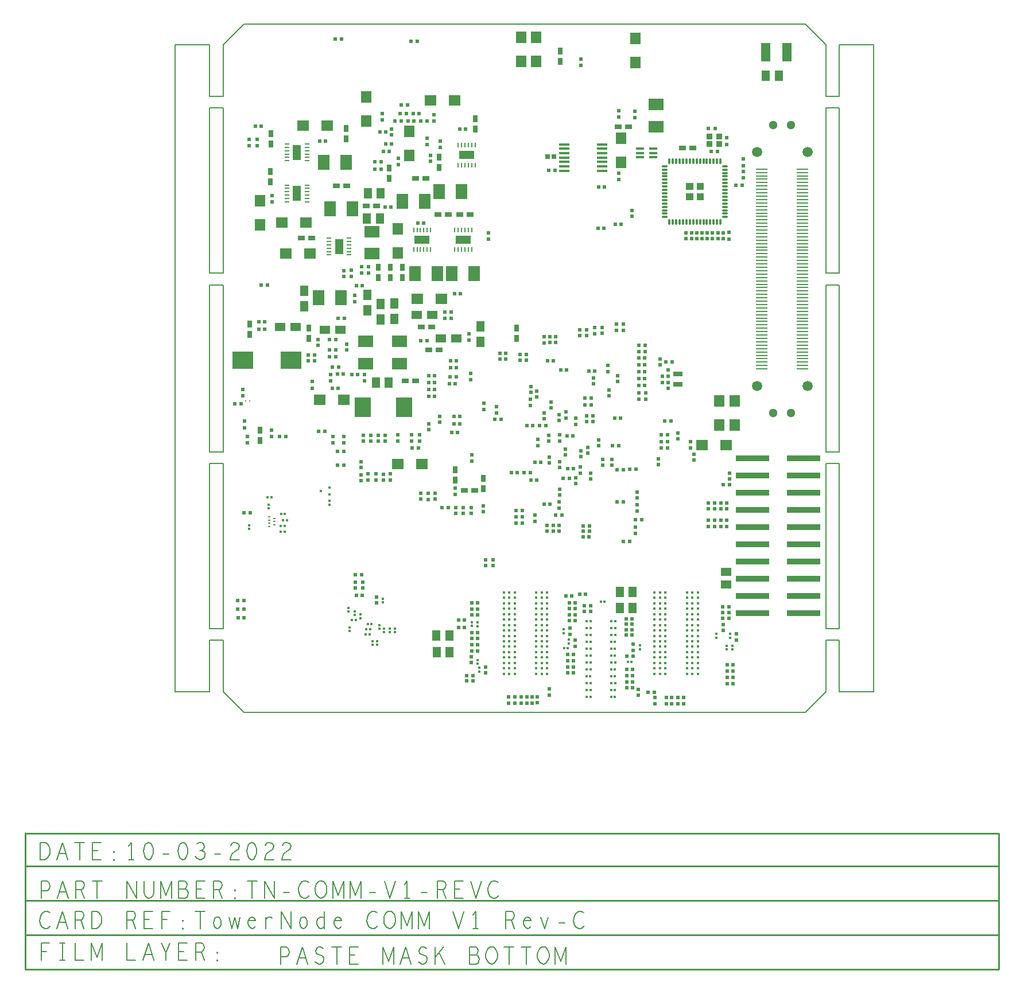
<source format=gbr>
G04 ================== begin FILE IDENTIFICATION RECORD ==================*
G04 Layout Name:  COM_V1_P3-10March2022.brd*
G04 Film Name:    COM_V1_P2-PB.gbr*
G04 File Format:  Gerber RS274X*
G04 File Origin:  Cadence Allegro 16.6-2015-S108*
G04 Origin Date:  Thu Mar 10 23:17:36 2022*
G04 *
G04 Layer:  DRAWING FORMAT/FILM_LABEL_OUTLINE*
G04 Layer:  PIN/PASTEMASK_BOTTOM*
G04 Layer:  PACKAGE GEOMETRY/PASTEMASK_BOTTOM*
G04 Layer:  BOARD GEOMETRY/OUTLINE*
G04 Layer:  BOARD GEOMETRY/TOOLING_CORNERS*
G04 *
G04 Offset:    (0.000 0.000)*
G04 Mirror:    No*
G04 Mode:      Positive*
G04 Rotation:  0*
G04 FullContactRelief:  No*
G04 UndefLineWidth:     6.000*
G04 ================== end FILE IDENTIFICATION RECORD ====================*
%FSLAX55Y55*MOIN*%
%IR0*IPPOS*OFA0.00000B0.00000*MIA0B0*SFA1.00000B1.00000*%
%ADD47R,.055X.11*%
%ADD19R,.094488X.114173*%
%ADD12R,.015748X.005906*%
%ADD25R,.007874X.007874*%
%ADD20R,.12X.1*%
%ADD38R,.194882X.033465*%
%ADD40R,.070866X.007874*%
%ADD23R,.04X.03*%
%ADD24R,.03X.04*%
%ADD28R,.027X.011*%
%ADD22R,.06X.05*%
%ADD15R,.017X.012*%
%ADD30R,.011X.027*%
%ADD21R,.05X.06*%
%ADD14R,.012X.017*%
%ADD13R,.07X.06*%
%ADD43R,.05X.017*%
%ADD32R,.06X.07*%
%ADD44R,.037X.033*%
%ADD46O,.0335X.0118*%
%ADD45O,.0118X.0335*%
%ADD37R,.059X.051*%
%ADD16R,.09X.065*%
%ADD31R,.091X.047*%
%ADD18R,.051X.059*%
%ADD17R,.065X.09*%
%ADD29R,.047X.091*%
%ADD26R,.0248X.02205*%
%ADD10R,.02X.02*%
%ADD27R,.02205X.0248*%
%ADD11R,.016142X.012205*%
%ADD41C,.051181*%
%ADD35R,.028X.028*%
%ADD33R,.024402X.024402*%
%ADD42C,.059055*%
%ADD34C,.015748*%
%ADD39R,.055118X.027559*%
%ADD36R,.062992X.01378*%
%ADD48C,.005*%
%ADD49C,.006*%
%ADD50C,.01*%
G75*
%LPD*%
G75*
G36*
G01X274947Y297558D02*
X279087D01*
Y301698D01*
X274947D01*
Y297558D01*
G37*
G36*
G01Y303658D02*
X279087D01*
Y307798D01*
X274947D01*
Y303658D01*
G37*
G36*
G01X268847D02*
X272987D01*
Y307798D01*
X268847D01*
Y303658D01*
G37*
G36*
G01Y297558D02*
X272987D01*
Y301698D01*
X268847D01*
Y297558D01*
G37*
G54D10*
X12126Y116129D03*
X15626D03*
X89018Y67048D03*
Y63548D03*
X76747Y72258D03*
Y75758D03*
X80279Y79986D03*
X76779D03*
X80861Y68088D03*
X77361D03*
X81008Y72292D03*
Y75792D03*
X79923Y142220D03*
X92930Y138517D03*
Y135017D03*
X88788Y138542D03*
Y135042D03*
X79924Y134678D03*
Y138178D03*
X97123Y135028D03*
Y138528D03*
X83930Y135036D03*
Y138536D03*
X8555Y54981D03*
X12055D03*
X8495Y64959D03*
X11995D03*
X8510Y59989D03*
X12010D03*
X27931Y163939D03*
Y160439D03*
X81469Y161148D03*
Y157648D03*
X55444Y163484D03*
X58944D03*
X36323Y160401D03*
X32823D03*
X63316Y188461D03*
X66816D03*
X113960Y161279D03*
Y157779D03*
X101230Y157692D03*
Y161192D03*
X109514Y157771D03*
Y161271D03*
X113316Y153623D03*
X109816D03*
X79923Y145720D03*
X89897Y161149D03*
Y157649D03*
X85724Y157637D03*
Y161137D03*
X53008Y204515D03*
X49508D03*
X62476Y192805D03*
Y196305D03*
X61856Y206696D03*
X65356D03*
X81917Y192842D03*
Y196342D03*
X71709Y210588D03*
Y214088D03*
X49456Y207547D03*
X52956D03*
X78104Y196359D03*
X74604D03*
X69862Y196537D03*
X66362D03*
X63493Y200720D03*
X66993D03*
X65362Y210786D03*
X61862D03*
X22208Y248271D03*
X25708D03*
X20677Y222786D03*
X24177D03*
X24182Y226979D03*
X20682D03*
X55002Y216689D03*
Y213189D03*
X77333Y247952D03*
X80833D03*
X65227Y216693D03*
X61727D03*
X66816Y229119D03*
X70316D03*
X70061Y253278D03*
Y256778D03*
X74234Y256976D03*
Y253476D03*
X84434Y258976D03*
Y255476D03*
X80434Y258976D03*
Y255476D03*
X76334Y242276D03*
Y238776D03*
X94084Y161138D03*
Y157638D03*
X10328Y179317D03*
X6828D03*
X66446Y151674D03*
X69946D03*
X93973Y293769D03*
X97473D03*
X59530Y331912D03*
X56030D03*
X110327Y347994D03*
X113827D03*
X96532Y326112D03*
X93032D03*
X91551Y315814D03*
X88051D03*
X97884Y335678D03*
Y339178D03*
X94544Y337223D03*
X91044D03*
X97828Y330407D03*
X94328D03*
X92420Y344492D03*
Y347992D03*
X102834Y347976D03*
X106334D03*
X18584Y340676D03*
X22084D03*
X28461Y300292D03*
Y296792D03*
X101734Y321926D03*
Y318426D03*
X99734Y343576D03*
X103234D03*
X113008Y284425D03*
X107002Y353114D03*
X103502D03*
X14969Y329401D03*
Y332901D03*
X19875Y329377D03*
Y332877D03*
X91585Y319938D03*
X88085D03*
X110816Y343631D03*
X107316D03*
X68577Y391320D03*
X65077D03*
X176243Y8923D03*
Y5423D03*
X182500Y9027D03*
Y5527D03*
X165589Y8923D03*
Y5423D03*
X169313Y8923D03*
Y5423D03*
X173037Y8974D03*
Y5474D03*
X179353Y8974D03*
Y5474D03*
X234342Y21437D03*
X141522Y21515D03*
X145022D03*
X141502Y18406D03*
X145002D03*
X203483Y22854D03*
X199983D03*
X234342Y14347D03*
Y17838D03*
X189315Y10132D03*
Y13632D03*
X134832Y130229D03*
Y126729D03*
X144134Y119176D03*
Y115676D03*
X232460Y99505D03*
X212396Y102114D03*
X208897D03*
X212651Y108475D03*
X209151D03*
X212651Y105320D03*
X209151D03*
X204801Y132956D03*
Y136456D03*
X232334Y122476D03*
X228834D03*
X178334Y139376D03*
X174834D03*
X167234Y139276D03*
X170734D03*
X200034Y141776D03*
X203534D03*
X213444Y135660D03*
Y139160D03*
X195334Y142276D03*
X207534Y142676D03*
Y139176D03*
X194934Y118776D03*
Y122276D03*
X201034Y136076D03*
X197534D03*
X178634Y134876D03*
X182134D03*
X195334Y129776D03*
Y126276D03*
X151134Y116676D03*
Y120176D03*
X203406Y26435D03*
X199906D03*
X203406Y33754D03*
X199906D03*
X203406Y30016D03*
X199906D03*
X144315Y42898D03*
X147815D03*
X144315Y39408D03*
X147815D03*
X144315Y46389D03*
X147815D03*
X144315Y35698D03*
X147815D03*
X204404Y53274D03*
X200904D03*
X144315Y56573D03*
X147815D03*
X233982Y54464D03*
X233930Y48142D03*
X234342Y24928D03*
X233930Y44956D03*
Y51329D03*
X144315Y60038D03*
X147815D03*
X144315Y63658D03*
X147815D03*
X202519Y67786D03*
X199019D03*
X204404Y63707D03*
X200904D03*
X204404Y60204D03*
X200904D03*
X204404Y56661D03*
X200904D03*
X189843Y121028D03*
X186343D03*
X139432Y115650D03*
Y119150D03*
X134932Y119173D03*
Y115673D03*
X173709Y110056D03*
Y113556D03*
X170209Y110056D03*
Y113556D03*
X188137Y108796D03*
X191637D03*
X188163Y105301D03*
X191663D03*
X180934Y111076D03*
Y114576D03*
X173709Y117486D03*
X170209D03*
X194925Y108810D03*
Y105310D03*
X193104Y114776D03*
X196604D03*
X156682Y85320D03*
Y88820D03*
X152523Y85328D03*
Y88828D03*
X136638Y49415D03*
X140138D03*
X140127Y53676D03*
X136627D03*
X144167Y28980D03*
Y32480D03*
X152309Y22903D03*
Y26403D03*
X201451Y48893D03*
Y45393D03*
X204381Y41872D03*
Y38372D03*
X234449Y32671D03*
X127154Y119177D03*
X130654D03*
X232234Y141104D03*
X228734D03*
X118988Y123839D03*
Y127339D03*
X114830Y123856D03*
Y127356D03*
X123165Y123895D03*
Y127395D03*
X206925Y68689D03*
X210425D03*
X213474Y58588D03*
Y62088D03*
X209734Y58588D03*
Y62088D03*
X119234Y183576D03*
X122734D03*
X133934Y171876D03*
X137434D03*
X144334Y149676D03*
Y146176D03*
X132634Y162776D03*
X136134D03*
X119234Y187576D03*
X122734D03*
X119234Y191576D03*
X122734D03*
X176365Y166566D03*
X179865D03*
X190334Y180476D03*
Y176976D03*
X189134Y157576D03*
Y161076D03*
X195434Y157776D03*
Y161276D03*
X203134Y160676D03*
X199634D03*
X207734Y148676D03*
Y152176D03*
X211834Y150676D03*
Y154176D03*
X189234Y144876D03*
Y148376D03*
X198734Y149676D03*
Y153176D03*
X214634Y172476D03*
X211134D03*
X186434Y170576D03*
Y174076D03*
X204634Y167476D03*
Y170976D03*
X210134Y178576D03*
X213634D03*
X187234Y166576D03*
X183734D03*
X214634Y168976D03*
X211134D03*
X210134Y182576D03*
X213634D03*
X184434Y145476D03*
X180934D03*
X182734Y158576D03*
Y155076D03*
X195134Y169576D03*
Y173076D03*
X199134Y171076D03*
Y174576D03*
X158834Y174076D03*
Y177576D03*
X178834Y189376D03*
Y185876D03*
X225734Y147176D03*
Y143676D03*
X195334Y145776D03*
X220534Y147176D03*
Y143676D03*
X157858Y170287D03*
X161358D03*
X151234Y176176D03*
Y179676D03*
X119418Y164310D03*
Y167810D03*
X133940Y167668D03*
X137440D03*
X217916Y158479D03*
Y154979D03*
X224034Y183905D03*
Y187405D03*
X215134Y190974D03*
Y194474D03*
X181917Y186843D03*
Y183343D03*
X178534Y181876D03*
Y178376D03*
X125884Y172106D03*
Y168606D03*
X134849Y190882D03*
X131349D03*
X227289Y170859D03*
X230789D03*
X229717Y155082D03*
X226217D03*
X119234Y195576D03*
X122734D03*
X229180Y192264D03*
Y195764D03*
X199436Y199070D03*
X195936D03*
X176134Y208111D03*
Y204611D03*
X172307Y208162D03*
Y204662D03*
X164152Y205321D03*
Y208821D03*
X160863Y205218D03*
Y208718D03*
X223534Y201596D03*
Y198096D03*
X212234Y198476D03*
X215734D03*
X188229Y204250D03*
X191729D03*
X135366Y194995D03*
X131866D03*
X135388Y204194D03*
X131888D03*
X135388Y200208D03*
X131888D03*
X128734Y232598D03*
X132234D03*
X142716Y216432D03*
Y219932D03*
X134234Y243376D03*
X137734D03*
X186434Y218276D03*
Y214776D03*
X132241Y228994D03*
X128741D03*
X228434Y225626D03*
Y222126D03*
X232434Y225626D03*
Y222126D03*
X220184Y223696D03*
Y220196D03*
X210934Y222471D03*
Y218971D03*
X215634Y223676D03*
Y220176D03*
X207029Y222376D03*
Y218876D03*
X189845Y214931D03*
Y218431D03*
X193054Y214931D03*
Y218431D03*
X114882Y216051D03*
X118382D03*
X143598Y193502D03*
Y197002D03*
X120375Y320314D03*
Y323814D03*
X231086Y283526D03*
X227586D03*
X207580Y376082D03*
Y379582D03*
X229618Y309712D03*
Y313212D03*
X118380Y333680D03*
Y330180D03*
X125927Y328457D03*
Y331957D03*
X217551Y281254D03*
X221051D03*
X229834Y346176D03*
Y349676D03*
X154034Y275126D03*
Y278626D03*
X140734Y338976D03*
X137234D03*
X122418Y347191D03*
Y343691D03*
X118324Y343648D03*
X114824D03*
X217993Y305214D03*
X221493D03*
X116508Y284425D03*
X257284Y8665D03*
Y5165D03*
X260542Y8613D03*
Y5113D03*
X264008Y8613D03*
Y5113D03*
X267369Y8561D03*
Y5061D03*
X250819Y8665D03*
Y5165D03*
X240954Y9974D03*
Y13474D03*
X296090Y16657D03*
X292590D03*
X296090Y20365D03*
X292590D03*
X237842Y21437D03*
Y14347D03*
Y17838D03*
X250220Y11556D03*
X246720D03*
X242934Y112176D03*
X239434D03*
X240434Y128176D03*
Y124676D03*
Y120676D03*
Y117176D03*
X235960Y99505D03*
X296090Y24010D03*
X292590D03*
X296110Y27532D03*
X292610D03*
X293623Y54702D03*
X290123D03*
X293623Y58128D03*
X290123D03*
X293623Y61476D03*
X290123D03*
X237482Y54464D03*
X237430Y48142D03*
X237842Y24928D03*
X237430Y44956D03*
Y51329D03*
X239538Y107540D03*
Y104040D03*
X237996Y39564D03*
Y36064D03*
X237949Y32671D03*
X290433Y51182D03*
Y47682D03*
X298023Y45659D03*
Y42159D03*
X288924Y108120D03*
Y111620D03*
X285230Y108120D03*
Y111620D03*
X292298Y108120D03*
Y111620D03*
Y118211D03*
Y121711D03*
X281752Y108120D03*
Y111620D03*
X288924Y118211D03*
Y121711D03*
X281752Y118211D03*
Y121711D03*
X285230Y118211D03*
Y121711D03*
X239610Y141293D03*
X236110D03*
X294001Y132350D03*
X290501D03*
X293998Y139136D03*
Y135636D03*
X258034Y161476D03*
X254534D03*
X254434Y157376D03*
X257934D03*
X258234Y188276D03*
Y191776D03*
X245234Y185676D03*
Y182176D03*
X241234Y185676D03*
Y182176D03*
X241334Y190176D03*
X244834D03*
X254468Y153720D03*
X257968D03*
X255129Y195291D03*
Y191791D03*
X273305Y150124D03*
Y146624D03*
X264149Y162501D03*
Y159001D03*
X271399Y153734D03*
Y157234D03*
X252674Y147480D03*
Y143980D03*
X253656Y205433D03*
Y201933D03*
X258234Y198876D03*
Y195376D03*
X244834Y206176D03*
X241334D03*
X244834Y198176D03*
X241334D03*
X244834Y202176D03*
X241334D03*
X244834Y194176D03*
X241334D03*
X260702Y203722D03*
X257202D03*
X244991Y209821D03*
X241491D03*
X244910Y213502D03*
X241410D03*
X256402Y169231D03*
X259902D03*
X239028Y349281D03*
Y345781D03*
X284146Y275284D03*
Y278784D03*
X274930Y275284D03*
Y278784D03*
X278008D03*
Y275284D03*
X268866Y278784D03*
Y275284D03*
X281069Y278784D03*
Y275284D03*
X287240D03*
Y278784D03*
X271886D03*
Y275284D03*
X290289D03*
Y278784D03*
X237405Y288342D03*
Y291842D03*
G54D11*
X56639Y128685D03*
X61757Y126717D03*
Y130654D03*
G54D20*
X11446Y204736D03*
X39446D03*
G54D21*
X99374Y228586D03*
Y237586D03*
X83730Y233618D03*
Y242618D03*
X91327Y237400D03*
Y228400D03*
X47188Y235886D03*
Y244886D03*
X149501Y215306D03*
Y224306D03*
G54D30*
X112581Y280416D03*
X110613D03*
Y268935D03*
X112581D03*
X142387Y280416D03*
Y268935D03*
X140418D03*
X138450Y280416D03*
X136481D03*
X134513D03*
Y268935D03*
X136481D03*
X138450D03*
X144355Y280416D03*
Y268935D03*
X140418Y280416D03*
X144387Y329616D03*
Y318135D03*
X142418D03*
X140450Y329616D03*
X138481D03*
X136513D03*
Y318135D03*
X138481D03*
X140450D03*
X146355Y329616D03*
Y318135D03*
X142418Y329616D03*
X118487Y280416D03*
Y268935D03*
X116518D03*
X114550Y280416D03*
Y268935D03*
X120455Y280416D03*
Y268935D03*
X116518Y280416D03*
G54D12*
X26820Y109871D03*
X29576Y108887D03*
Y110855D03*
Y112824D03*
X26820Y113808D03*
Y111839D03*
Y107902D03*
G54D31*
X115534Y274676D03*
X139434D03*
X141434Y323876D03*
G54D13*
X115402Y144213D03*
X101402D03*
X55944Y181608D03*
X69944D03*
X112576Y240484D03*
X60427Y341060D03*
X46427D03*
X47991Y284819D03*
X33991D03*
X36271Y266664D03*
X50271D03*
X126576Y240484D03*
X120285Y355532D03*
X134285D03*
X292172Y155450D03*
X278172D03*
G54D22*
X112286Y230978D03*
X67998Y222369D03*
X58998D03*
X41955Y224170D03*
X32955D03*
X121286Y230978D03*
X126223Y217348D03*
X135223D03*
G54D40*
X336470Y203568D03*
Y201600D03*
Y199631D03*
Y207505D03*
Y205537D03*
X312848Y199631D03*
Y201600D03*
Y203568D03*
Y205537D03*
Y207505D03*
Y209474D03*
Y211442D03*
Y213411D03*
Y215379D03*
Y217348D03*
Y219316D03*
Y221285D03*
Y223253D03*
Y225222D03*
Y227190D03*
Y229159D03*
Y231127D03*
Y233096D03*
Y235064D03*
Y237033D03*
Y239001D03*
Y240970D03*
Y242938D03*
Y244907D03*
Y246875D03*
Y248844D03*
Y250812D03*
Y252781D03*
Y254749D03*
Y256718D03*
Y258686D03*
Y260655D03*
Y262623D03*
X336470D03*
Y260655D03*
Y258686D03*
Y256718D03*
Y254749D03*
Y252781D03*
Y250812D03*
Y248844D03*
Y246875D03*
Y244907D03*
Y242938D03*
Y240970D03*
Y239001D03*
Y237033D03*
Y235064D03*
Y233096D03*
Y231127D03*
Y229159D03*
Y227190D03*
Y225222D03*
Y223253D03*
Y221285D03*
Y219316D03*
Y217348D03*
Y215379D03*
Y213411D03*
Y211442D03*
Y209474D03*
Y311836D03*
Y309867D03*
Y307899D03*
Y315773D03*
Y313804D03*
X312848Y307899D03*
Y309867D03*
Y311836D03*
Y313804D03*
Y315773D03*
Y264592D03*
Y266560D03*
Y268529D03*
Y270497D03*
Y272466D03*
Y274434D03*
Y276403D03*
Y278371D03*
Y280340D03*
Y282308D03*
Y284277D03*
Y286245D03*
Y288214D03*
Y290182D03*
Y292151D03*
Y294119D03*
Y296088D03*
Y298056D03*
Y300025D03*
Y301993D03*
Y303962D03*
Y305930D03*
X336470D03*
Y303962D03*
Y301993D03*
Y300025D03*
Y298056D03*
Y296088D03*
Y294119D03*
Y292151D03*
Y290182D03*
Y288214D03*
Y286245D03*
Y284277D03*
Y282308D03*
Y280340D03*
Y278371D03*
Y276403D03*
Y274434D03*
Y272466D03*
Y270497D03*
Y268529D03*
Y266560D03*
Y264592D03*
G54D50*
G01X-114951Y-109391D02*
X450399D01*
G01X450549Y-70155D02*
Y-149391D01*
X-114951D01*
G01Y-70060D02*
Y-149391D01*
G01Y-129391D02*
X450549D01*
Y-129241D01*
G01X-114951Y-89391D02*
X450499D01*
G01X-114951Y-70191D02*
X450549D01*
G54D41*
X329777Y174041D03*
X319541D03*
X329777Y341363D03*
X319541D03*
G54D32*
X101245Y267127D03*
Y281127D03*
X108062Y337619D03*
Y323619D03*
X82909Y357690D03*
Y343690D03*
X21515Y297506D03*
Y283506D03*
X231110Y319752D03*
Y333752D03*
X173114Y378303D03*
X181875Y378255D03*
X173114Y392303D03*
X181875Y392255D03*
X297025Y167069D03*
Y181069D03*
X288186Y167069D03*
Y181069D03*
X239308Y377671D03*
Y391671D03*
G54D14*
X86207Y51336D03*
X84023D03*
X85245Y48372D03*
X83061D03*
X33535Y105020D03*
X35719D03*
X25834Y125012D03*
X28018D03*
X33514Y108256D03*
X35698D03*
X34880Y111682D03*
X37064D03*
X33560Y115288D03*
X35744D03*
X82756Y45432D03*
X84940D03*
X74815Y53847D03*
X76999D03*
X213205Y21040D03*
X211021D03*
X213289Y8949D03*
X211104D03*
X213262Y13168D03*
X211078D03*
X225383Y17076D03*
X227567D03*
X213275Y16996D03*
X211091D03*
X225304Y21004D03*
X227488D03*
X225304Y13042D03*
X227488D03*
X225330Y9088D03*
X227514D03*
X197957Y37283D03*
X200141D03*
X213221Y48959D03*
X211037D03*
X225384Y49092D03*
X227568D03*
X213282Y45044D03*
X211097D03*
X213236Y53037D03*
X211052D03*
X213305Y37038D03*
X211121D03*
X225357Y41041D03*
X227541D03*
X225317Y33080D03*
X227501D03*
X213309Y29059D03*
X211125D03*
X225330Y25060D03*
X227514D03*
X213269Y33046D03*
X211085D03*
X219314Y64489D03*
X221498D03*
X225397Y45084D03*
X227581D03*
X225423Y53117D03*
X227607D03*
X225290Y37047D03*
X227474D03*
X213311Y24985D03*
X211127D03*
X225396Y29098D03*
X227580D03*
X213289Y41108D03*
X211105D03*
X237122Y29318D03*
X234938D03*
G54D23*
X111734Y192676D03*
X105734D03*
X115034Y223976D03*
X111634Y310376D03*
X65834Y306076D03*
X71834D03*
X51290Y275832D03*
X45290D03*
X88934Y294276D03*
X82934D03*
X140034Y129076D03*
X146034D03*
X125241Y210758D03*
X119241D03*
X121034Y223976D03*
X143434Y289376D03*
X137434D03*
X124634D03*
X130634D03*
X229434Y340376D03*
X235434D03*
X117634Y310376D03*
X272708Y327998D03*
X266708D03*
G54D42*
X339324Y189789D03*
X309994D03*
X339324Y325615D03*
X309994D03*
G54D33*
X112616Y389939D03*
X109076D03*
X301315Y306253D03*
X297774D03*
G54D15*
X26509Y118650D03*
Y120834D03*
X61628Y122897D03*
Y120713D03*
X76270Y56634D03*
Y58818D03*
X89504Y41388D03*
Y39204D03*
X14961Y108818D03*
Y106634D03*
X73351Y49374D03*
Y47190D03*
X96585Y48808D03*
Y46624D03*
X79685Y54724D03*
Y56908D03*
X90567Y50732D03*
Y48548D03*
X92731Y63874D03*
Y66059D03*
X99865Y48808D03*
Y46624D03*
X72853Y58637D03*
Y60821D03*
X86631Y41411D03*
Y39227D03*
X93530Y48831D03*
Y46647D03*
X147757Y52344D03*
Y50160D03*
X144467Y50330D03*
Y52514D03*
X148560Y23674D03*
Y25858D03*
X147781Y28319D03*
Y30504D03*
X197618Y48191D03*
Y46007D03*
X200648Y42212D03*
Y40028D03*
X292464Y38763D03*
Y36579D03*
X295696Y36605D03*
Y38789D03*
X241902Y38852D03*
Y36668D03*
X286273Y43353D03*
Y45537D03*
X294416Y45632D03*
Y43447D03*
G54D24*
X21331Y157939D03*
Y163939D03*
X96934Y258576D03*
Y252576D03*
X104034Y258576D03*
Y252576D03*
X90028Y258673D03*
Y252673D03*
X49610Y223310D03*
Y217310D03*
X15288Y219760D03*
Y225760D03*
X27634Y330276D03*
Y336276D03*
X27534Y308476D03*
Y314476D03*
X71534Y339276D03*
Y333276D03*
X96492Y310409D03*
Y316409D03*
X150913Y136157D03*
Y130157D03*
X134634Y140976D03*
Y134976D03*
X170486Y217396D03*
Y223396D03*
X125534Y322676D03*
Y316676D03*
X146234Y338876D03*
Y344876D03*
X195799Y378315D03*
Y384315D03*
G54D34*
X188165Y22451D03*
X162968D03*
X185015D03*
X166118D03*
X169267D03*
X181866D03*
X166118Y38199D03*
X181866D03*
X162968Y50797D03*
Y53947D03*
X166118Y57096D03*
Y60246D03*
X162968Y66545D03*
X188165Y50797D03*
X185015Y57096D03*
X188165Y60246D03*
Y66545D03*
X166118Y44498D03*
Y50797D03*
X162968Y69695D03*
X188165Y28750D03*
Y35049D03*
X185015Y44498D03*
X188165Y57096D03*
X162968Y28750D03*
Y35049D03*
X181866Y66545D03*
X188165Y47648D03*
X166118Y35049D03*
X162968Y47648D03*
Y57096D03*
Y63396D03*
X166118Y69695D03*
X185015Y47648D03*
X188165Y53947D03*
X185015Y60246D03*
X188165Y63396D03*
Y69695D03*
X162968Y25600D03*
Y31900D03*
X166118Y41348D03*
X169267Y50797D03*
X162968Y60246D03*
X188165Y25600D03*
Y31900D03*
X185015Y41348D03*
Y66545D03*
X181866Y44498D03*
X188165Y41348D03*
X169267Y35049D03*
X162968Y38199D03*
Y44498D03*
X188165Y38199D03*
Y44498D03*
X181866Y69695D03*
X166118Y66545D03*
X185015Y69695D03*
X169267D03*
X185015Y63396D03*
X166118D03*
X181866D03*
X169267Y60246D03*
Y66545D03*
Y63396D03*
X181866Y50797D03*
Y53947D03*
X169267Y47648D03*
X185015Y50797D03*
X166118Y47648D03*
X181866D03*
X166118Y53947D03*
X185015D03*
X169267D03*
X181866Y57096D03*
Y60246D03*
X169267Y57096D03*
X185015Y38199D03*
X169267Y41348D03*
X162968D03*
X169267Y44498D03*
X181866Y41348D03*
Y35049D03*
X166118Y31900D03*
X185015Y35049D03*
X181866Y25600D03*
X185015D03*
X166118D03*
X185015Y28750D03*
X166118D03*
X185015Y31900D03*
X181866Y28750D03*
X169267Y31900D03*
Y25600D03*
Y38199D03*
Y28750D03*
X181866Y31900D03*
X275666Y22451D03*
X250469D03*
X272516D03*
X253618D03*
X256768D03*
X269366D03*
X253618Y38199D03*
X269366D03*
X250469Y50797D03*
Y53947D03*
X253618Y57096D03*
Y60246D03*
X250469Y66545D03*
X275666Y50797D03*
X272516Y57096D03*
X275666Y60246D03*
Y66545D03*
X253618Y44498D03*
Y50797D03*
X250469Y69695D03*
X275666Y28750D03*
Y35049D03*
X272516Y44498D03*
X275666Y57096D03*
X250469Y28750D03*
Y35049D03*
X269366Y66545D03*
X275666Y47648D03*
X253618Y35049D03*
X250469Y47648D03*
Y57096D03*
Y63396D03*
X253618Y69695D03*
X272516Y47648D03*
X275666Y53947D03*
X272516Y60246D03*
X275666Y63396D03*
Y69695D03*
X250469Y25600D03*
Y31900D03*
X253618Y41348D03*
X256768Y50797D03*
X250469Y60246D03*
X275666Y25600D03*
Y31900D03*
X272516Y41348D03*
Y66545D03*
X269366Y44498D03*
X275666Y41348D03*
X256768Y35049D03*
X250469Y38199D03*
Y44498D03*
X275666Y38199D03*
Y44498D03*
X269366Y69695D03*
X253618Y66545D03*
X272516Y69695D03*
X256768D03*
X272516Y63396D03*
X253618D03*
X269366D03*
X256768Y60246D03*
Y66545D03*
Y63396D03*
X269366Y50797D03*
Y53947D03*
X256768Y47648D03*
X272516Y50797D03*
X253618Y47648D03*
X269366D03*
X253618Y53947D03*
X272516D03*
X256768D03*
X269366Y57096D03*
Y60246D03*
X256768Y57096D03*
X272516Y38199D03*
X256768Y41348D03*
X250469D03*
X256768Y44498D03*
X269366Y41348D03*
Y35049D03*
X253618Y31900D03*
X272516Y35049D03*
X269366Y25600D03*
X272516D03*
X253618D03*
X272516Y28750D03*
X253618D03*
X272516Y31900D03*
X269366Y28750D03*
X256768Y31900D03*
Y25600D03*
Y38199D03*
Y28750D03*
X269366Y31900D03*
G54D16*
X102534Y202580D03*
Y215572D03*
X82834Y202580D03*
Y215572D03*
X86291Y279516D03*
Y266524D03*
X251234Y340480D03*
Y353472D03*
G54D43*
X249644Y327662D03*
X242144Y322562D03*
X249644Y325112D03*
X242144D03*
Y327662D03*
X249644Y322562D03*
G54D25*
X15329Y180964D03*
X12967D03*
G54D35*
X188224Y322917D03*
X192014D03*
G54D26*
X12353Y169292D03*
Y165474D03*
X14142Y160419D03*
Y156601D03*
X51597Y188514D03*
Y192332D03*
X11229Y183870D03*
Y187688D03*
X69938Y160371D03*
Y156553D03*
X63788Y160370D03*
Y156552D03*
X292406Y330084D03*
Y333902D03*
X293597Y278943D03*
Y275125D03*
X302103Y321614D03*
Y317796D03*
Y310645D03*
Y314463D03*
G54D17*
X55538Y240976D03*
X68530D03*
X111538Y255176D03*
X71530Y319676D03*
X58538D03*
X75130Y292576D03*
X62138D03*
X104038Y297176D03*
X124530Y255176D03*
X132738D03*
X145730D03*
X125238Y302776D03*
X138230D03*
X117030Y297176D03*
G54D44*
X282328Y334851D03*
Y330323D03*
X288036Y334851D03*
Y330323D03*
G54D36*
X198108Y330172D03*
Y327612D03*
Y317376D03*
X220155Y319935D03*
X198108Y325054D03*
Y319935D03*
X220155Y317376D03*
Y325054D03*
X198108Y314817D03*
X220155Y322494D03*
X198108D03*
X220155Y314817D03*
Y327612D03*
Y330172D03*
G54D27*
X70209Y143608D03*
X66391D03*
X188950Y314856D03*
X192768D03*
X281861Y339370D03*
X285679D03*
X287215Y326088D03*
X283397D03*
G54D18*
X88719Y191671D03*
X96199D03*
X90914Y286878D03*
X83434D03*
X91414Y301676D03*
X83934D03*
X131330Y44769D03*
X123849D03*
X131433Y35046D03*
X123953D03*
X230220Y60764D03*
X230335Y70008D03*
X237700Y60764D03*
X237816Y70008D03*
X322622Y369916D03*
X315142D03*
G54D45*
X282827Y320198D03*
X284797D03*
X274947D03*
X271017Y285158D03*
Y320198D03*
X286767D03*
X269047D03*
X276917D03*
X269047Y285158D03*
X265107Y320198D03*
X261167D03*
X263137D03*
X288727D03*
X259207Y285158D03*
X263137D03*
X265107D03*
X267077D03*
X261167D03*
X276917D03*
X274947D03*
X272987D03*
X280857D03*
X278887D03*
X284797D03*
X286767D03*
X280857Y320198D03*
X278887D03*
X259207D03*
X288727Y285158D03*
X282827D03*
X272987Y320198D03*
X267077D03*
G54D37*
X291989Y74290D03*
Y81770D03*
G54D46*
X291487Y287918D03*
Y313508D03*
X256447Y307598D03*
X291487Y303658D03*
Y297758D03*
X256447Y317438D03*
X291487Y295788D03*
Y291848D03*
Y293818D03*
Y289878D03*
X256447Y295788D03*
Y293818D03*
Y287918D03*
Y301698D03*
Y299728D03*
Y305628D03*
Y303658D03*
Y297758D03*
X291487Y315478D03*
Y309568D03*
Y305628D03*
Y299728D03*
Y317438D03*
Y311538D03*
Y307598D03*
Y301698D03*
X256447Y313508D03*
Y315478D03*
Y289878D03*
Y311538D03*
Y291848D03*
Y309568D03*
G54D28*
X37093Y328429D03*
X48575D03*
Y326460D03*
X37093Y324492D03*
Y322522D03*
Y320555D03*
X48575D03*
Y322522D03*
Y324492D03*
X37093Y330396D03*
X48575D03*
X37093Y326460D03*
Y304529D03*
X48575D03*
Y302560D03*
X37093Y300592D03*
Y298622D03*
Y296655D03*
X48575D03*
Y298622D03*
Y300592D03*
X37093Y306497D03*
X48575D03*
X37093Y302560D03*
X61493Y273729D03*
X72975D03*
Y271760D03*
X61493Y269792D03*
Y267822D03*
Y265855D03*
X72975D03*
Y267822D03*
Y269792D03*
X61493Y275696D03*
X72975D03*
X61493Y271760D03*
G54D19*
X81034Y177376D03*
X105050D03*
G54D29*
X42834Y325476D03*
Y301576D03*
X67234Y270776D03*
G54D38*
X336939Y57558D03*
Y67558D03*
Y77558D03*
Y87558D03*
Y97558D03*
Y107558D03*
Y117558D03*
Y127558D03*
Y137558D03*
X307451D03*
Y127558D03*
Y117558D03*
Y107558D03*
Y97558D03*
Y87558D03*
Y77558D03*
Y67558D03*
Y57558D03*
X336939Y147558D03*
X307451D03*
G54D47*
X327342Y383840D03*
X315142D03*
G54D48*
G01X-27874Y388000D02*
Y12000D01*
G01D02*
X-7874D01*
G01Y42000D02*
Y12000D01*
G01Y42000D02*
X0D01*
G01X-7874Y48700D02*
X0D01*
G01X-7874Y144800D02*
Y48700D01*
G01Y248500D02*
X0D01*
G01X-7874Y255200D02*
X0D01*
G01X-7874Y151500D02*
X0D01*
G01X-7874Y144800D02*
X0D01*
G01X-7874Y248500D02*
Y151500D01*
G01Y351300D02*
Y255200D01*
G01Y388000D02*
Y358000D01*
G01D02*
X0D01*
G01X-7874Y351300D02*
X0D01*
G01X-27874Y388000D02*
X-7874D01*
G01X12000Y0D02*
X0Y12000D01*
G01X12000Y0D02*
X338000D01*
G01X0Y42000D02*
Y12000D01*
G01Y144800D02*
Y48700D01*
G01Y351300D02*
Y255200D01*
G01Y248500D02*
Y151500D01*
G01Y388000D02*
Y358000D01*
G01Y388000D02*
X12000Y400000D01*
G01X338000D02*
X12000D01*
G01X350000Y12000D02*
X338000Y0D01*
G01X350000Y12000D02*
Y42000D01*
G01Y48700D02*
X357874D01*
G01X350000Y42000D02*
X357874D01*
G01X350000Y48700D02*
Y144800D01*
G01Y255200D02*
X357874D01*
G01X350000Y248500D02*
X357874D01*
G01X350000Y144800D02*
X357874D01*
G01X350000Y151500D02*
X357874D01*
G01X350000D02*
Y248500D01*
G01Y255200D02*
Y351300D01*
G01D02*
X357874D01*
G01X350000Y358000D02*
X357874D01*
G01X350000D02*
Y388000D01*
G01X338000Y400000D02*
X350000Y388000D01*
G01X377874Y12000D02*
Y388000D01*
G01X357874Y12000D02*
Y42000D01*
G01Y12000D02*
X377874D01*
G01X357874Y48700D02*
Y144800D01*
G01Y151500D02*
Y248500D01*
G01Y255200D02*
Y351300D01*
G01Y358000D02*
Y388000D01*
G01D02*
X377874D01*
G54D39*
X264034Y196628D03*
Y190723D03*
G54D49*
G01X-105696Y-107902D02*
Y-97902D01*
X-102696D01*
X-101696Y-98403D01*
X-100946Y-99569D01*
X-100696Y-100902D01*
X-100946Y-102236D01*
X-101571Y-103236D01*
X-102696Y-103736D01*
X-105696D01*
G01X-96321Y-107902D02*
X-93196Y-97902D01*
X-90071Y-107902D01*
G01X-91196Y-104403D02*
X-95196D01*
G01X-85696Y-107902D02*
Y-97902D01*
X-82571D01*
X-81571Y-98403D01*
X-80946Y-99069D01*
X-80696Y-100402D01*
X-80946Y-101736D01*
X-81696Y-102569D01*
X-82571Y-103069D01*
X-85696D01*
G01X-82571D02*
X-80696Y-107902D01*
G01X-73196Y-97902D02*
Y-107902D01*
G01X-76071Y-97902D02*
X-70321D01*
G01X-56071Y-107902D02*
Y-97902D01*
X-50321Y-107902D01*
Y-97902D01*
G01X-45946D02*
Y-105069D01*
X-45446Y-106569D01*
X-44446Y-107569D01*
X-43196Y-107902D01*
X-41946Y-107569D01*
X-40946Y-106569D01*
X-40446Y-105069D01*
Y-97902D01*
G01X-36446Y-107902D02*
Y-97902D01*
X-33196Y-106236D01*
X-29946Y-97902D01*
Y-107902D01*
G01X-22196Y-102569D02*
X-21696Y-102069D01*
X-21321Y-101236D01*
X-21071Y-100069D01*
X-21321Y-99069D01*
X-21821Y-98403D01*
X-22696Y-97902D01*
X-26071D01*
Y-107902D01*
X-21946D01*
X-21071Y-107236D01*
X-20571Y-106236D01*
X-20321Y-105069D01*
X-20571Y-103903D01*
X-21321Y-102903D01*
X-22196Y-102569D01*
X-26071D01*
G01X-10696Y-107902D02*
X-15696D01*
Y-97902D01*
X-10696D01*
G01X-12696Y-102736D02*
X-15696D01*
G01X-5696Y-107902D02*
Y-97902D01*
X-2571D01*
X-1571Y-98403D01*
X-946Y-99069D01*
X-696Y-100402D01*
X-946Y-101736D01*
X-1696Y-102569D01*
X-2571Y-103069D01*
X-5696D01*
G01X-2571D02*
X-696Y-107902D01*
G01X6804Y-108236D02*
X6554Y-108069D01*
Y-107736D01*
X6804Y-107569D01*
X7054Y-107736D01*
Y-108069D01*
X6804Y-108236D01*
G01Y-103736D02*
X6554Y-103569D01*
Y-103236D01*
X6804Y-103069D01*
X7054Y-103236D01*
Y-103569D01*
X6804Y-103736D01*
G01X16804Y-97902D02*
Y-107902D01*
G01X13929Y-97902D02*
X19679D01*
G01X23929Y-107902D02*
Y-97902D01*
X29679Y-107902D01*
Y-97902D01*
G01X35179Y-104569D02*
X38429D01*
G01X49554Y-98736D02*
X48804Y-98236D01*
X47929Y-97902D01*
X46929D01*
X45804Y-98403D01*
X44929Y-99236D01*
X44304Y-100236D01*
X43804Y-101902D01*
X43679Y-103402D01*
X43929Y-104902D01*
X44304Y-105903D01*
X45054Y-106903D01*
X45929Y-107569D01*
X46804Y-107902D01*
X47679D01*
X48554Y-107569D01*
X49304Y-107069D01*
X49929Y-106403D01*
G01X56804Y-107902D02*
X55804Y-107736D01*
X54929Y-107069D01*
X54179Y-106069D01*
X53679Y-104902D01*
X53429Y-103569D01*
Y-102236D01*
X53679Y-100902D01*
X54179Y-99736D01*
X54929Y-98736D01*
X55804Y-98069D01*
X56804Y-97902D01*
X57804Y-98069D01*
X58679Y-98736D01*
X59429Y-99736D01*
X59929Y-100902D01*
X60179Y-102236D01*
Y-103569D01*
X59929Y-104902D01*
X59429Y-106069D01*
X58679Y-107069D01*
X57804Y-107736D01*
X56804Y-107902D01*
G01X63554D02*
Y-97902D01*
X66804Y-106236D01*
X70054Y-97902D01*
Y-107902D01*
G01X73554D02*
Y-97902D01*
X76804Y-106236D01*
X80054Y-97902D01*
Y-107902D01*
G01X85179Y-104569D02*
X88429D01*
G01X93679Y-97902D02*
X96804Y-107902D01*
X99929Y-97902D01*
G01X106804Y-107902D02*
Y-97902D01*
X105304Y-99902D01*
G01Y-107902D02*
X108304D01*
G01X115179Y-104569D02*
X118429D01*
G01X124304Y-107902D02*
Y-97902D01*
X127429D01*
X128429Y-98403D01*
X129054Y-99069D01*
X129304Y-100402D01*
X129054Y-101736D01*
X128304Y-102569D01*
X127429Y-103069D01*
X124304D01*
G01X127429D02*
X129304Y-107902D01*
G01X139304D02*
X134304D01*
Y-97902D01*
X139304D01*
G01X137304Y-102736D02*
X134304D01*
G01X143679Y-97902D02*
X146804Y-107902D01*
X149929Y-97902D01*
G01X159554Y-98736D02*
X158804Y-98236D01*
X157929Y-97902D01*
X156929D01*
X155804Y-98403D01*
X154929Y-99236D01*
X154304Y-100236D01*
X153804Y-101902D01*
X153679Y-103402D01*
X153929Y-104902D01*
X154304Y-105903D01*
X155054Y-106903D01*
X155929Y-107569D01*
X156804Y-107902D01*
X157679D01*
X158554Y-107569D01*
X159304Y-107069D01*
X159929Y-106403D01*
G01X-100636Y-116354D02*
X-101386Y-115853D01*
X-102260Y-115520D01*
X-103260D01*
X-104386Y-116020D01*
X-105260Y-116853D01*
X-105886Y-117853D01*
X-106386Y-119520D01*
X-106511Y-121020D01*
X-106261Y-122520D01*
X-105886Y-123520D01*
X-105136Y-124520D01*
X-104260Y-125187D01*
X-103386Y-125520D01*
X-102511D01*
X-101636Y-125187D01*
X-100886Y-124687D01*
X-100260Y-124020D01*
G01X-96511Y-125520D02*
X-93386Y-115520D01*
X-90260Y-125520D01*
G01X-91386Y-122020D02*
X-95386D01*
G01X-85886Y-125520D02*
Y-115520D01*
X-82761D01*
X-81761Y-116020D01*
X-81136Y-116687D01*
X-80886Y-118020D01*
X-81136Y-119353D01*
X-81886Y-120187D01*
X-82761Y-120687D01*
X-85886D01*
G01X-82761D02*
X-80886Y-125520D01*
G01X-76136D02*
Y-115520D01*
X-73636D01*
X-72636Y-116020D01*
X-71886Y-116687D01*
X-71260Y-117686D01*
X-70761Y-118854D01*
X-70636Y-120520D01*
X-70761Y-122187D01*
X-71260Y-123354D01*
X-71886Y-124354D01*
X-72636Y-125020D01*
X-73636Y-125520D01*
X-76136D01*
G01X-55886D02*
Y-115520D01*
X-52761D01*
X-51761Y-116020D01*
X-51136Y-116687D01*
X-50886Y-118020D01*
X-51136Y-119353D01*
X-51886Y-120187D01*
X-52761Y-120687D01*
X-55886D01*
G01X-52761D02*
X-50886Y-125520D01*
G01X-40886D02*
X-45886D01*
Y-115520D01*
X-40886D01*
G01X-42886Y-120353D02*
X-45886D01*
G01X-35761Y-125520D02*
Y-115520D01*
X-31011D01*
G01X-32761Y-120353D02*
X-35761D01*
G01X-23386Y-125853D02*
X-23636Y-125687D01*
Y-125353D01*
X-23386Y-125187D01*
X-23136Y-125353D01*
Y-125687D01*
X-23386Y-125853D01*
G01Y-121354D02*
X-23636Y-121187D01*
Y-120853D01*
X-23386Y-120687D01*
X-23136Y-120853D01*
Y-121187D01*
X-23386Y-121354D01*
G01X-13386Y-115520D02*
Y-125520D01*
G01X-16261Y-115520D02*
X-10511D01*
G01X-3386Y-125520D02*
X-4136Y-125353D01*
X-4886Y-124687D01*
X-5386Y-123520D01*
X-5636Y-122187D01*
X-5386Y-120853D01*
X-4886Y-119687D01*
X-4136Y-119020D01*
X-3386Y-118854D01*
X-2636Y-119020D01*
X-1886Y-119687D01*
X-1386Y-120853D01*
X-1260Y-122187D01*
X-1386Y-123520D01*
X-1886Y-124687D01*
X-2636Y-125353D01*
X-3386Y-125520D01*
G01X3489Y-118854D02*
X4989Y-125520D01*
X6614Y-118854D01*
X8239Y-125520D01*
X9740Y-118854D01*
G01X14740Y-121020D02*
X18740D01*
X18364Y-119853D01*
X17740Y-119187D01*
X16864Y-118854D01*
X15989Y-119020D01*
X15239Y-119520D01*
X14740Y-120687D01*
X14489Y-121687D01*
Y-122687D01*
X14740Y-123687D01*
X15364Y-124687D01*
X16114Y-125353D01*
X16989Y-125520D01*
X17865Y-125187D01*
X18740Y-124187D01*
G01X24864Y-125520D02*
Y-118854D01*
G01Y-120187D02*
X25489Y-119520D01*
X26114Y-119020D01*
X26989Y-118854D01*
X27614Y-119020D01*
X28364Y-119520D01*
G01X33739Y-125520D02*
Y-115520D01*
X39489Y-125520D01*
Y-115520D01*
G01X46614Y-125520D02*
X45864Y-125353D01*
X45114Y-124687D01*
X44614Y-123520D01*
X44364Y-122187D01*
X44614Y-120853D01*
X45114Y-119687D01*
X45864Y-119020D01*
X46614Y-118854D01*
X47364Y-119020D01*
X48114Y-119687D01*
X48614Y-120853D01*
X48740Y-122187D01*
X48614Y-123520D01*
X48114Y-124687D01*
X47364Y-125353D01*
X46614Y-125520D01*
G01X58864Y-115520D02*
Y-125520D01*
G01Y-124020D02*
X58364Y-124854D01*
X57614Y-125353D01*
X56740Y-125520D01*
X55740Y-125187D01*
X54989Y-124354D01*
X54489Y-123354D01*
X54364Y-122187D01*
X54489Y-121020D01*
X54989Y-120020D01*
X55740Y-119187D01*
X56740Y-118854D01*
X57614Y-119020D01*
X58239Y-119353D01*
X58864Y-120020D01*
G01X64739Y-121020D02*
X68740D01*
X68364Y-119853D01*
X67740Y-119187D01*
X66864Y-118854D01*
X65989Y-119020D01*
X65239Y-119520D01*
X64739Y-120687D01*
X64489Y-121687D01*
Y-122687D01*
X64739Y-123687D01*
X65364Y-124687D01*
X66114Y-125353D01*
X66989Y-125520D01*
X67864Y-125187D01*
X68740Y-124187D01*
G01X89364Y-116354D02*
X88614Y-115853D01*
X87740Y-115520D01*
X86740D01*
X85614Y-116020D01*
X84740Y-116853D01*
X84114Y-117853D01*
X83614Y-119520D01*
X83489Y-121020D01*
X83739Y-122520D01*
X84114Y-123520D01*
X84864Y-124520D01*
X85740Y-125187D01*
X86614Y-125520D01*
X87489D01*
X88364Y-125187D01*
X89114Y-124687D01*
X89740Y-124020D01*
G01X96614Y-125520D02*
X95614Y-125353D01*
X94740Y-124687D01*
X93989Y-123687D01*
X93489Y-122520D01*
X93239Y-121187D01*
Y-119853D01*
X93489Y-118520D01*
X93989Y-117353D01*
X94740Y-116354D01*
X95614Y-115687D01*
X96614Y-115520D01*
X97614Y-115687D01*
X98489Y-116354D01*
X99239Y-117353D01*
X99740Y-118520D01*
X99990Y-119853D01*
Y-121187D01*
X99740Y-122520D01*
X99239Y-123687D01*
X98489Y-124687D01*
X97614Y-125353D01*
X96614Y-125520D01*
G01X103364D02*
Y-115520D01*
X106614Y-123853D01*
X109865Y-115520D01*
Y-125520D01*
G01X113364D02*
Y-115520D01*
X116614Y-123853D01*
X119864Y-115520D01*
Y-125520D01*
G01X133489Y-115520D02*
X136614Y-125520D01*
X139740Y-115520D01*
G01X146614Y-125520D02*
Y-115520D01*
X145114Y-117520D01*
G01Y-125520D02*
X148114D01*
G01X164114D02*
Y-115520D01*
X167239D01*
X168239Y-116020D01*
X168864Y-116687D01*
X169114Y-118020D01*
X168864Y-119353D01*
X168114Y-120187D01*
X167239Y-120687D01*
X164114D01*
G01X167239D02*
X169114Y-125520D01*
G01X174740Y-121020D02*
X178740D01*
X178364Y-119853D01*
X177740Y-119187D01*
X176864Y-118854D01*
X175989Y-119020D01*
X175239Y-119520D01*
X174740Y-120687D01*
X174489Y-121687D01*
Y-122687D01*
X174740Y-123687D01*
X175364Y-124687D01*
X176114Y-125353D01*
X176989Y-125520D01*
X177864Y-125187D01*
X178740Y-124187D01*
G01X184364Y-118854D02*
X186614Y-125520D01*
X188864Y-118854D01*
G01X194989Y-122187D02*
X198239D01*
G01X209364Y-116354D02*
X208614Y-115853D01*
X207740Y-115520D01*
X206740D01*
X205614Y-116020D01*
X204739Y-116853D01*
X204114Y-117853D01*
X203614Y-119520D01*
X203489Y-121020D01*
X203739Y-122520D01*
X204114Y-123520D01*
X204864Y-124520D01*
X205740Y-125187D01*
X206614Y-125520D01*
X207489D01*
X208364Y-125187D01*
X209114Y-124687D01*
X209740Y-124020D01*
G01X-105761Y-144020D02*
Y-134020D01*
X-101010D01*
G01X-102761Y-138853D02*
X-105761D01*
G01X-94886Y-134020D02*
X-91886D01*
G01X-93386D02*
Y-144020D01*
G01X-94886D02*
X-91886D01*
G01X-85886Y-134020D02*
Y-144020D01*
X-80886D01*
G01X-76636D02*
Y-134020D01*
X-73386Y-142353D01*
X-70136Y-134020D01*
Y-144020D01*
G01X-55886Y-134020D02*
Y-144020D01*
X-50886D01*
G01X-46511D02*
X-43386Y-134020D01*
X-40261Y-144020D01*
G01X-41386Y-140520D02*
X-45386D01*
G01X-33386Y-144020D02*
Y-139520D01*
X-35886Y-134020D01*
G01X-30886D02*
X-33386Y-139520D01*
G01X-20886Y-144020D02*
X-25886D01*
Y-134020D01*
X-20886D01*
G01X-22886Y-138853D02*
X-25886D01*
G01X-15886Y-144020D02*
Y-134020D01*
X-12761D01*
X-11761Y-134520D01*
X-11136Y-135187D01*
X-10886Y-136520D01*
X-11136Y-137853D01*
X-11886Y-138687D01*
X-12761Y-139187D01*
X-15886D01*
G01X-12761D02*
X-10886Y-144020D01*
G01X-3386Y-144353D02*
X-3636Y-144187D01*
Y-143853D01*
X-3386Y-143687D01*
X-3136Y-143853D01*
Y-144187D01*
X-3386Y-144353D01*
G01Y-139854D02*
X-3636Y-139687D01*
Y-139353D01*
X-3386Y-139187D01*
X-3136Y-139353D01*
Y-139687D01*
X-3386Y-139854D01*
G01X-106136Y-85520D02*
Y-75520D01*
X-103636D01*
X-102636Y-76020D01*
X-101886Y-76687D01*
X-101260Y-77686D01*
X-100761Y-78854D01*
X-100636Y-80520D01*
X-100761Y-82187D01*
X-101260Y-83354D01*
X-101886Y-84354D01*
X-102636Y-85020D01*
X-103636Y-85520D01*
X-106136D01*
G01X-96511D02*
X-93386Y-75520D01*
X-90260Y-85520D01*
G01X-91386Y-82020D02*
X-95386D01*
G01X-83386Y-75520D02*
Y-85520D01*
G01X-86261Y-75520D02*
X-80511D01*
G01X-70886Y-85520D02*
X-75886D01*
Y-75520D01*
X-70886D01*
G01X-72886Y-80353D02*
X-75886D01*
G01X-63386Y-85853D02*
X-63636Y-85687D01*
Y-85353D01*
X-63386Y-85187D01*
X-63136Y-85353D01*
Y-85687D01*
X-63386Y-85853D01*
G01Y-81354D02*
X-63636Y-81187D01*
Y-80853D01*
X-63386Y-80687D01*
X-63136Y-80853D01*
Y-81187D01*
X-63386Y-81354D01*
G01X-53386Y-85520D02*
Y-75520D01*
X-54886Y-77520D01*
G01Y-85520D02*
X-51886D01*
G01X-43386Y-75520D02*
X-44386Y-75853D01*
X-45136Y-76687D01*
X-45636Y-77686D01*
X-46011Y-79020D01*
X-46136Y-80520D01*
X-46011Y-82020D01*
X-45636Y-83354D01*
X-45136Y-84354D01*
X-44386Y-85187D01*
X-43386Y-85520D01*
X-42386Y-85187D01*
X-41636Y-84354D01*
X-41136Y-83354D01*
X-40761Y-82020D01*
X-40636Y-80520D01*
X-40761Y-79020D01*
X-41136Y-77686D01*
X-41636Y-76687D01*
X-42386Y-75853D01*
X-43386Y-75520D01*
G01X-35011Y-82187D02*
X-31761D01*
G01X-23386Y-75520D02*
X-24386Y-75853D01*
X-25136Y-76687D01*
X-25636Y-77686D01*
X-26011Y-79020D01*
X-26136Y-80520D01*
X-26011Y-82020D01*
X-25636Y-83354D01*
X-25136Y-84354D01*
X-24386Y-85187D01*
X-23386Y-85520D01*
X-22386Y-85187D01*
X-21636Y-84354D01*
X-21136Y-83354D01*
X-20761Y-82020D01*
X-20636Y-80520D01*
X-20761Y-79020D01*
X-21136Y-77686D01*
X-21636Y-76687D01*
X-22386Y-75853D01*
X-23386Y-75520D01*
G01X-16136Y-83520D02*
X-15386Y-84687D01*
X-14386Y-85353D01*
X-13260Y-85520D01*
X-12260Y-85353D01*
X-11261Y-84520D01*
X-10636Y-83520D01*
X-10511Y-82520D01*
X-10761Y-81354D01*
X-11636Y-80520D01*
X-12511Y-80187D01*
X-13636D01*
G01X-12511D02*
X-11761Y-79687D01*
X-11136Y-78854D01*
X-10886Y-77853D01*
X-11136Y-76853D01*
X-11761Y-76020D01*
X-12886Y-75520D01*
X-14011Y-75687D01*
X-15136Y-76354D01*
G01X-5011Y-82187D02*
X-1761D01*
G01X4239Y-77187D02*
X4989Y-76187D01*
X5864Y-75687D01*
X6864Y-75520D01*
X8114Y-75853D01*
X8990Y-76687D01*
X9239Y-77686D01*
X9114Y-78687D01*
X8614Y-79520D01*
X6114Y-81187D01*
X4989Y-82353D01*
X4239Y-84020D01*
X3989Y-85520D01*
X9239D01*
G01X16614Y-75520D02*
X15614Y-75853D01*
X14864Y-76687D01*
X14364Y-77686D01*
X13989Y-79020D01*
X13864Y-80520D01*
X13989Y-82020D01*
X14364Y-83354D01*
X14864Y-84354D01*
X15614Y-85187D01*
X16614Y-85520D01*
X17614Y-85187D01*
X18364Y-84354D01*
X18864Y-83354D01*
X19239Y-82020D01*
X19364Y-80520D01*
X19239Y-79020D01*
X18864Y-77686D01*
X18364Y-76687D01*
X17614Y-75853D01*
X16614Y-75520D01*
G01X24239Y-77187D02*
X24989Y-76187D01*
X25864Y-75687D01*
X26864Y-75520D01*
X28114Y-75853D01*
X28990Y-76687D01*
X29239Y-77686D01*
X29114Y-78687D01*
X28614Y-79520D01*
X26114Y-81187D01*
X24989Y-82353D01*
X24239Y-84020D01*
X23989Y-85520D01*
X29239D01*
G01X34239Y-77187D02*
X34989Y-76187D01*
X35864Y-75687D01*
X36864Y-75520D01*
X38114Y-75853D01*
X38990Y-76687D01*
X39239Y-77686D01*
X39114Y-78687D01*
X38614Y-79520D01*
X36114Y-81187D01*
X34989Y-82353D01*
X34239Y-84020D01*
X33989Y-85520D01*
X39239D01*
G01X33417Y-146157D02*
Y-136157D01*
X36417D01*
X37417Y-136657D01*
X38167Y-137824D01*
X38417Y-139157D01*
X38167Y-140490D01*
X37542Y-141490D01*
X36417Y-141991D01*
X33417D01*
G01X42792Y-146157D02*
X45917Y-136157D01*
X49042Y-146157D01*
G01X47917Y-142657D02*
X43917D01*
G01X53292Y-144824D02*
X54292Y-145657D01*
X55417Y-146157D01*
X56417D01*
X57417Y-145657D01*
X58167Y-144824D01*
X58542Y-143657D01*
X58292Y-142490D01*
X57667Y-141490D01*
X56542Y-140824D01*
X55042Y-140490D01*
X54167Y-139824D01*
X53792Y-138657D01*
X54042Y-137490D01*
X54667Y-136657D01*
X55542Y-136157D01*
X56417D01*
X57292Y-136490D01*
X58042Y-137324D01*
G01X65917Y-136157D02*
Y-146157D01*
G01X63042Y-136157D02*
X68792D01*
G01X78417Y-146157D02*
X73417D01*
Y-136157D01*
X78417D01*
G01X76417Y-140990D02*
X73417D01*
G01X92667Y-146157D02*
Y-136157D01*
X95917Y-144490D01*
X99167Y-136157D01*
Y-146157D01*
G01X102792D02*
X105917Y-136157D01*
X109042Y-146157D01*
G01X107917Y-142657D02*
X103917D01*
G01X113292Y-144824D02*
X114292Y-145657D01*
X115417Y-146157D01*
X116417D01*
X117417Y-145657D01*
X118167Y-144824D01*
X118542Y-143657D01*
X118292Y-142490D01*
X117667Y-141490D01*
X116542Y-140824D01*
X115042Y-140490D01*
X114167Y-139824D01*
X113792Y-138657D01*
X114042Y-137490D01*
X114667Y-136657D01*
X115542Y-136157D01*
X116417D01*
X117292Y-136490D01*
X118042Y-137324D01*
G01X123167Y-146157D02*
Y-136157D01*
G01X127917D02*
X123167Y-142324D01*
G01X128667Y-146157D02*
X125292Y-139490D01*
G01X146917Y-140824D02*
X147417Y-140324D01*
X147792Y-139490D01*
X148042Y-138324D01*
X147792Y-137324D01*
X147292Y-136657D01*
X146417Y-136157D01*
X143042D01*
Y-146157D01*
X147167D01*
X148042Y-145490D01*
X148542Y-144490D01*
X148792Y-143324D01*
X148542Y-142157D01*
X147792Y-141157D01*
X146917Y-140824D01*
X143042D01*
G01X155917Y-146157D02*
X154917Y-145990D01*
X154042Y-145324D01*
X153292Y-144324D01*
X152792Y-143157D01*
X152542Y-141824D01*
Y-140490D01*
X152792Y-139157D01*
X153292Y-137990D01*
X154042Y-136990D01*
X154917Y-136324D01*
X155917Y-136157D01*
X156917Y-136324D01*
X157792Y-136990D01*
X158542Y-137990D01*
X159042Y-139157D01*
X159292Y-140490D01*
Y-141824D01*
X159042Y-143157D01*
X158542Y-144324D01*
X157792Y-145324D01*
X156917Y-145990D01*
X155917Y-146157D01*
G01X165917Y-136157D02*
Y-146157D01*
G01X163042Y-136157D02*
X168792D01*
G01X175917D02*
Y-146157D01*
G01X173042Y-136157D02*
X178792D01*
G01X185917Y-146157D02*
X184917Y-145990D01*
X184042Y-145324D01*
X183292Y-144324D01*
X182792Y-143157D01*
X182542Y-141824D01*
Y-140490D01*
X182792Y-139157D01*
X183292Y-137990D01*
X184042Y-136990D01*
X184917Y-136324D01*
X185917Y-136157D01*
X186917Y-136324D01*
X187792Y-136990D01*
X188542Y-137990D01*
X189042Y-139157D01*
X189292Y-140490D01*
Y-141824D01*
X189042Y-143157D01*
X188542Y-144324D01*
X187792Y-145324D01*
X186917Y-145990D01*
X185917Y-146157D01*
G01X192667D02*
Y-136157D01*
X195917Y-144490D01*
X199167Y-136157D01*
Y-146157D01*
G01X12000Y-2D02*
X337997D01*
G01Y399998D02*
X12000D01*
M02*

</source>
